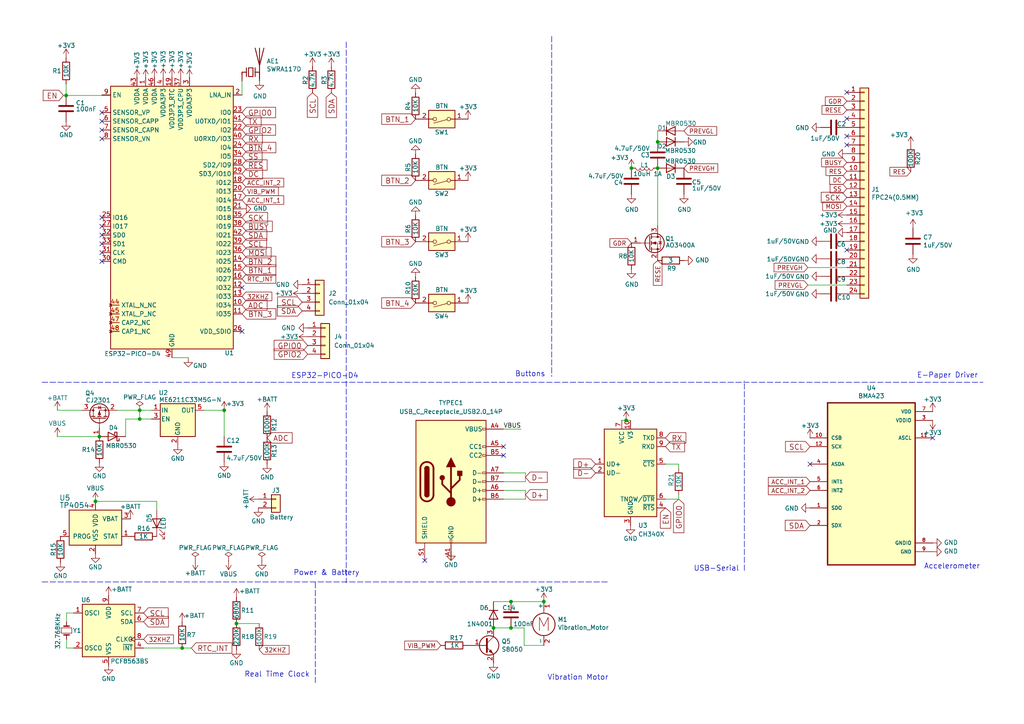
<source format=kicad_sch>
(kicad_sch (version 20231120) (generator "eeschema") (generator_version "8.0")
  (paper "A4")
  (title_block (title "Watchy") (rev "2.0"))
  (junction (at 19.177 27.686))
  (junction (at 27.686 145.415))
  (junction (at 183.134 48.768))
  (junction (at 181.61 121.92))
  (junction (at 52.832 187.96))
  (junction (at 28.829 126.619))
  (junction (at 190.754 48.768))
  (junction (at 40.513 118.999))
  (junction (at 40.513 121.539))
  (junction (at 65.024 118.999))
  (junction (at 148.209 182.118))
  (junction (at 148.209 174.498))
  (junction (at 68.58 180.848))
  (junction (at 190.754 41.148))
  (junction (at 157.734 174.498))
  (junction (at 143.129 182.118))
  (no_connect (at 29.553 68.1906))
  (no_connect (at 270.51 127))
  (no_connect (at 29.553 63.1106))
  (no_connect (at 29.553 73.2706))
  (no_connect (at 245.618 39.497))
  (no_connect (at 245.618 72.517))
  (no_connect (at 245.618 26.797))
  (no_connect (at 29.553 32.6306))
  (no_connect (at 123.19 162.56))
  (no_connect (at 234.95 134.62))
  (no_connect (at 29.553 65.6506))
  (no_connect (at 29.553 70.7306))
  (no_connect (at 146.05 132.08))
  (no_connect (at 29.553 35.1706))
  (no_connect (at 146.05 129.54))
  (no_connect (at 29.553 75.8106))
  (no_connect (at 245.618 34.417))
  (no_connect (at 29.553 40.2506))
  (no_connect (at 245.618 42.037))
  (no_connect (at 70.193 83.4306))
  (no_connect (at 29.553 37.7106))
  (no_connect (at 70.193 96.1306))
  (wire (pts (xy 143.129 174.498) (xy 148.209 174.498)))
  (wire (pts (xy 31.75 27.5506) (xy 31.75 27.686)))
  (wire (pts (xy 27.686 145.415) (xy 45.466 145.415)))
  (wire (pts (xy 31.75 27.5506) (xy 29.553 27.5506)))
  (wire (pts (xy 39.713 22.7246) (xy 39.713 22.4706)))
  (wire (pts (xy 245.618 77.597) (xy 234.315 77.597)))
  (wire (pts (xy 148.209 174.498) (xy 157.734 174.498)))
  (wire (pts (xy 152.4 139.7) (xy 146.05 139.7)))
  (wire (pts (xy 54.953 22.7246) (xy 54.953 22.4706)))
  (wire (pts (xy 245.618 82.677) (xy 234.315 82.677)))
  (wire (pts (xy 33.909 118.999) (xy 40.513 118.999)))
  (wire (pts (xy 40.513 121.539) (xy 43.942 121.539)))
  (wire (pts (xy 190.754 41.148) (xy 190.754 37.973)))
  (wire (pts (xy 19.304 180.34) (xy 19.304 177.8)))
  (wire (pts (xy 31.75 27.686) (xy 19.177 27.686)))
  (wire (pts (xy 59.182 118.999) (xy 65.024 118.999)))
  (wire (pts (xy 45.466 145.415) (xy 45.466 147.955)))
  (wire (pts (xy 181.61 121.92) (xy 182.88 121.92)))
  (wire (pts (xy 130.81 160.02) (xy 130.81 162.56)))
  (wire (pts (xy 152.019 187.198) (xy 157.734 187.198)))
  (wire (pts (xy 40.513 118.999) (xy 43.942 118.999)))
  (wire (pts (xy 65.024 118.999) (xy 65.024 126.492)))
  (wire (pts (xy 41.656 187.96) (xy 52.832 187.96)))
  (wire (pts (xy 196.85 134.62) (xy 196.85 135.89)))
  (polyline (pts (xy 12.192 168.783) (xy 176.149 168.783)) (stroke (width 0) (type dash)))
  (wire (pts (xy 19.304 187.96) (xy 21.336 187.96)))
  (wire (pts (xy 16.637 118.999) (xy 23.749 118.999)))
  (polyline (pts (xy 160.02 10.541) (xy 160.02 109.22)) (stroke (width 0) (type dash)))
  (wire (pts (xy 19.304 185.42) (xy 19.304 187.96)))
  (wire (pts (xy 40.513 118.999) (xy 40.513 121.539)))
  (polyline (pts (xy 215.9 165.481) (xy 215.9 110.49)) (stroke (width 0) (type dash)))
  (wire (pts (xy 70.193 27.5506) (xy 70.193 23.4866)))
  (polyline (pts (xy 100.419 12.1836) (xy 100.419 169.037)) (stroke (width 0) (type dash)))
  (wire (pts (xy 152.4 144.78) (xy 146.05 144.78)))
  (wire (pts (xy 196.85 144.78) (xy 193.04 144.78)))
  (wire (pts (xy 148.209 182.118) (xy 143.129 182.118)))
  (wire (pts (xy 152.019 182.118) (xy 152.019 187.198)))
  (wire (pts (xy 19.304 177.8) (xy 21.336 177.8)))
  (wire (pts (xy 36.449 126.619) (xy 36.449 121.539)))
  (wire (pts (xy 18.415 27.686) (xy 19.177 27.686)))
  (wire (pts (xy 152.4 142.24) (xy 152.4 144.78)))
  (wire (pts (xy 193.04 134.62) (xy 196.85 134.62)))
  (wire (pts (xy 146.05 142.24) (xy 152.4 142.24)))
  (wire (pts (xy 151.13 124.46) (xy 146.05 124.46)))
  (wire (pts (xy 49.873 103.7506) (xy 54.61 103.7506)))
  (wire (pts (xy 144.78 132.08) (xy 146.05 132.08)))
  (wire (pts (xy 19.177 24.384) (xy 19.177 27.686)))
  (wire (pts (xy 75.184 180.848) (xy 68.58 180.848)))
  (polyline (pts (xy 91.44 168.91) (xy 91.44 198.12)) (stroke (width 0) (type dash)))
  (wire (pts (xy 54.61 103.7506) (xy 54.61 103.886)))
  (wire (pts (xy 190.754 48.768) (xy 190.754 65.405)))
  (wire (pts (xy 42.253 22.7246) (xy 42.253 22.4706)))
  (wire (pts (xy 180.34 121.92) (xy 181.61 121.92)))
  (wire (pts (xy 152.4 137.16) (xy 152.4 139.7)))
  (wire (pts (xy 196.85 143.51) (xy 196.85 144.78)))
  (wire (pts (xy 148.209 182.118) (xy 152.019 182.118)))
  (polyline (pts (xy 12.192 110.871) (xy 285.115 110.871)) (stroke (width 0) (type dash)))
  (wire (pts (xy 28.829 126.619) (xy 16.637 126.619)))
  (wire (pts (xy 152.4 137.16) (xy 146.05 137.16)))
  (wire (pts (xy 36.449 121.539) (xy 40.513 121.539)))
  (wire (pts (xy 52.832 187.96) (xy 55.499 187.96)))
  (text "Real Time Clock" (at 70.866 196.596 0) (effects (font (size 1.524 1.524)) (justify left bottom)))
  (text "ESP32-PICO-D4" (at 84.455 109.982 0) (effects (font (size 1.524 1.524)) (justify left bottom)))
  (text "Vibration Motor" (at 158.75 197.485 0) (effects (font (size 1.524 1.524)) (justify left bottom)))
  (text "E-Paper Driver" (at 265.938 109.855 0) (effects (font (size 1.524 1.524)) (justify left bottom)))
  (text "Power & Battery" (at 85.09 167.132 0) (effects (font (size 1.524 1.524)) (justify left bottom)))
  (text "USB-Serial" (at 201.168 165.862 0) (effects (font (size 1.524 1.524)) (justify left bottom)))
  (text "Buttons" (at 149.352 109.474 0) (effects (font (size 1.524 1.524)) (justify left bottom)))
  (text "Accelerometer" (at 267.97 165.227 0) (effects (font (size 1.524 1.524)) (justify left bottom)))
  (label "VBUS" (at 151.13 124.46 180))
  (global_label "32KHZ" (shape input) (at 70.193 85.9706 0) (property "Intersheetrefs" "${INTERSHEET_REFS}" (effects (hide yes))))
  (global_label "RES" (shape input) (at 70.193 47.8706 0) (effects (font (size 1.524 1.524))) (property "Intersheetrefs" "${INTERSHEET_REFS}" (effects (hide yes))))
  (global_label "RX" (shape input) (at 70.193 40.2506 0) (effects (font (size 1.524 1.524))) (property "Intersheetrefs" "${INTERSHEET_REFS}" (effects (hide yes))))
  (global_label "RESE" (shape input) (at 245.618 31.877 180) (property "Intersheetrefs" "${INTERSHEET_REFS}" (effects (hide yes))))
  (global_label "BTN_4" (shape input) (at 70.193 42.7906 0) (effects (font (size 1.524 1.524))) (property "Intersheetrefs" "${INTERSHEET_REFS}" (effects (hide yes))))
  (global_label "MOSI" (shape input) (at 70.193 73.2706 0) (effects (font (size 1.524 1.524))) (property "Intersheetrefs" "${INTERSHEET_REFS}" (effects (hide yes))))
  (global_label "BUSY" (shape input) (at 70.193 65.6506 0) (effects (font (size 1.524 1.524))) (property "Intersheetrefs" "${INTERSHEET_REFS}" (effects (hide yes))))
  (global_label "PREVGL" (shape input) (at 198.374 37.973 0) (property "Intersheetrefs" "${INTERSHEET_REFS}" (effects (hide yes))))
  (global_label "RES" (shape input) (at 264.16 49.784 180) (property "Intersheetrefs" "${INTERSHEET_REFS}" (effects (hide yes))))
  (global_label "BTN_3" (shape input) (at 120.523 70.104 180) (effects (font (size 1.524 1.524))) (property "Intersheetrefs" "${INTERSHEET_REFS}" (effects (hide yes))))
  (global_label "PREVGL" (shape input) (at 234.315 82.677 180) (property "Intersheetrefs" "${INTERSHEET_REFS}" (effects (hide yes))))
  (global_label "EN" (shape input) (at 193.04 147.32 270) (effects (font (size 1.524 1.524))) (property "Intersheetrefs" "${INTERSHEET_REFS}" (effects (hide yes))))
  (global_label "TX" (shape input) (at 193.04 129.54 0) (effects (font (size 1.524 1.524))) (property "Intersheetrefs" "${INTERSHEET_REFS}" (effects (hide yes))))
  (global_label "DC" (shape input) (at 245.618 52.197 180) (property "Intersheetrefs" "${INTERSHEET_REFS}" (effects (hide yes))))
  (global_label "GPIO2" (shape input) (at 89.243 102.7346 180) (effects (font (size 1.524 1.524))) (property "Intersheetrefs" "${INTERSHEET_REFS}" (effects (hide yes))))
  (global_label "SCK" (shape input) (at 70.193 63.1106 0) (effects (font (size 1.524 1.524))) (property "Intersheetrefs" "${INTERSHEET_REFS}" (effects (hide yes))))
  (global_label "D+" (shape input) (at 152.4 143.51 0) (effects (font (size 1.524 1.524))) (property "Intersheetrefs" "${INTERSHEET_REFS}" (effects (hide yes))))
  (global_label "BTN_4" (shape input) (at 120.523 87.884 180) (effects (font (size 1.524 1.524))) (property "Intersheetrefs" "${INTERSHEET_REFS}" (effects (hide yes))))
  (global_label "ACC_INT_2" (shape input) (at 234.95 142.24 180) (property "Intersheetrefs" "${INTERSHEET_REFS}" (effects (hide yes))))
  (global_label "SDA" (shape input) (at 70.193 68.1906 0) (effects (font (size 1.524 1.524))) (property "Intersheetrefs" "${INTERSHEET_REFS}" (effects (hide yes))))
  (global_label "BUSY" (shape input) (at 245.618 47.117 180) (property "Intersheetrefs" "${INTERSHEET_REFS}" (effects (hide yes))))
  (global_label "BTN_2" (shape input) (at 120.523 52.324 180) (effects (font (size 1.524 1.524))) (property "Intersheetrefs" "${INTERSHEET_REFS}" (effects (hide yes))))
  (global_label "RTC_INT" (shape input) (at 55.499 187.96 0) (effects (font (size 1.524 1.524))) (property "Intersheetrefs" "${INTERSHEET_REFS}" (effects (hide yes))))
  (global_label "SCL" (shape input) (at 234.95 129.54 180) (effects (font (size 1.524 1.524))) (property "Intersheetrefs" "${INTERSHEET_REFS}" (effects (hide yes))))
  (global_label "DC" (shape input) (at 70.193 50.4106 0) (effects (font (size 1.524 1.524))) (property "Intersheetrefs" "${INTERSHEET_REFS}" (effects (hide yes))))
  (global_label "SCL" (shape input) (at 70.193 70.7306 0) (effects (font (size 1.524 1.524))) (property "Intersheetrefs" "${INTERSHEET_REFS}" (effects (hide yes))))
  (global_label "RX" (shape input) (at 193.04 127 0) (effects (font (size 1.524 1.524))) (property "Intersheetrefs" "${INTERSHEET_REFS}" (effects (hide yes))))
  (global_label "GPIO0" (shape input) (at 196.85 144.78 270) (effects (font (size 1.524 1.524))) (property "Intersheetrefs" "${INTERSHEET_REFS}" (effects (hide yes))))
  (global_label "ACC_INT_1" (shape input) (at 234.95 139.7 180) (property "Intersheetrefs" "${INTERSHEET_REFS}" (effects (hide yes))))
  (global_label "D-" (shape input) (at 172.72 137.16 180) (effects (font (size 1.524 1.524))) (property "Intersheetrefs" "${INTERSHEET_REFS}" (effects (hide yes))))
  (global_label "SDA" (shape input) (at 41.656 180.34 0) (effects (font (size 1.524 1.524))) (property "Intersheetrefs" "${INTERSHEET_REFS}" (effects (hide yes))))
  (global_label "VIB_PWM" (shape input) (at 127.889 187.198 180) (property "Intersheetrefs" "${INTERSHEET_REFS}" (effects (hide yes))))
  (global_label "RES" (shape input) (at 245.618 49.657 180) (property "Intersheetrefs" "${INTERSHEET_REFS}" (effects (hide yes))))
  (global_label "ACC_INT_2" (shape input) (at 70.193 52.9506 0) (property "Intersheetrefs" "${INTERSHEET_REFS}" (effects (hide yes))))
  (global_label "BTN_3" (shape input) (at 70.193 91.0506 0) (effects (font (size 1.524 1.524))) (property "Intersheetrefs" "${INTERSHEET_REFS}" (effects (hide yes))))
  (global_label "GPIO0" (shape input) (at 89.243 100.1946 180) (effects (font (size 1.524 1.524))) (property "Intersheetrefs" "${INTERSHEET_REFS}" (effects (hide yes))))
  (global_label "BTN_1" (shape input) (at 120.523 34.544 180) (effects (font (size 1.524 1.524))) (property "Intersheetrefs" "${INTERSHEET_REFS}" (effects (hide yes))))
  (global_label "ACC_INT_1" (shape input) (at 70.193 58.0306 0) (property "Intersheetrefs" "${INTERSHEET_REFS}" (effects (hide yes))))
  (global_label "SCK" (shape input) (at 245.618 57.277 180) (effects (font (size 1.524 1.524))) (property "Intersheetrefs" "${INTERSHEET_REFS}" (effects (hide yes))))
  (global_label "32KHZ" (shape input) (at 41.656 185.42 0) (property "Intersheetrefs" "${INTERSHEET_REFS}" (effects (hide yes))))
  (global_label "BTN_2" (shape input) (at 70.193 75.8106 0) (effects (font (size 1.524 1.524))) (property "Intersheetrefs" "${INTERSHEET_REFS}" (effects (hide yes))))
  (global_label "SCL" (shape input) (at 87.63 87.63 180) (effects (font (size 1.524 1.524))) (property "Intersheetrefs" "${INTERSHEET_REFS}" (effects (hide yes))))
  (global_label "BTN_1" (shape input) (at 70.193 78.3506 0) (effects (font (size 1.524 1.524))) (property "Intersheetrefs" "${INTERSHEET_REFS}" (effects (hide yes))))
  (global_label "32KHZ" (shape input) (at 75.184 188.468 0) (property "Intersheetrefs" "${INTERSHEET_REFS}" (effects (hide yes))))
  (global_label "D+" (shape input) (at 172.72 134.62 180) (effects (font (size 1.524 1.524))) (property "Intersheetrefs" "${INTERSHEET_REFS}" (effects (hide yes))))
  (global_label "PREVGH" (shape input) (at 234.315 77.597 180) (property "Intersheetrefs" "${INTERSHEET_REFS}" (effects (hide yes))))
  (global_label "SDA" (shape input) (at 234.95 152.4 180) (effects (font (size 1.524 1.524))) (property "Intersheetrefs" "${INTERSHEET_REFS}" (effects (hide yes))))
  (global_label "GDR" (shape input) (at 245.618 29.337 180) (property "Intersheetrefs" "${INTERSHEET_REFS}" (effects (hide yes))))
  (global_label "SDA" (shape input) (at 96.101 26.9156 270) (effects (font (size 1.524 1.524))) (property "Intersheetrefs" "${INTERSHEET_REFS}" (effects (hide yes))))
  (global_label "SCL" (shape input) (at 90.64 26.9156 270) (effects (font (size 1.524 1.524))) (property "Intersheetrefs" "${INTERSHEET_REFS}" (effects (hide yes))))
  (global_label "SS" (shape input) (at 70.193 45.3306 0) (effects (font (size 1.524 1.524))) (property "Intersheetrefs" "${INTERSHEET_REFS}" (effects (hide yes))))
  (global_label "GDR" (shape input) (at 183.134 70.485 180) (property "Intersheetrefs" "${INTERSHEET_REFS}" (effects (hide yes))))
  (global_label "GPIO0" (shape input) (at 70.193 32.6306 0) (effects (font (size 1.524 1.524))) (property "Intersheetrefs" "${INTERSHEET_REFS}" (effects (hide yes))))
  (global_label "TX" (shape input) (at 70.193 35.1706 0) (effects (font (size 1.524 1.524))) (property "Intersheetrefs" "${INTERSHEET_REFS}" (effects (hide yes))))
  (global_label "SDA" (shape input) (at 87.63 90.17 180) (effects (font (size 1.524 1.524))) (property "Intersheetrefs" "${INTERSHEET_REFS}" (effects (hide yes))))
  (global_label "EN" (shape input) (at 18.415 27.686 180) (effects (font (size 1.524 1.524))) (property "Intersheetrefs" "${INTERSHEET_REFS}" (effects (hide yes))))
  (global_label "D-" (shape input) (at 152.4 138.43 0) (effects (font (size 1.524 1.524))) (property "Intersheetrefs" "${INTERSHEET_REFS}" (effects (hide yes))))
  (global_label "RTC_INT" (shape input) (at 70.193 80.8906 0) (property "Intersheetrefs" "${INTERSHEET_REFS}" (effects (hide yes))))
  (global_label "MOSI" (shape input) (at 245.618 59.817 180) (property "Intersheetrefs" "${INTERSHEET_REFS}" (effects (hide yes))))
  (global_label "ADC" (shape input) (at 70.193 88.5106 0) (effects (font (size 1.524 1.524))) (property "Intersheetrefs" "${INTERSHEET_REFS}" (effects (hide yes))))
  (global_label "SCL" (shape input) (at 41.656 177.8 0) (effects (font (size 1.524 1.524))) (property "Intersheetrefs" "${INTERSHEET_REFS}" (effects (hide yes))))
  (global_label "RESE" (shape input) (at 190.754 75.565 270) (property "Intersheetrefs" "${INTERSHEET_REFS}" (effects (hide yes))))
  (global_label "VIB_PWM" (shape input) (at 70.193 55.4906 0) (property "Intersheetrefs" "${INTERSHEET_REFS}" (effects (hide yes))))
  (global_label "GPIO2" (shape input) (at 70.193 37.7106 0) (effects (font (size 1.524 1.524))) (property "Intersheetrefs" "${INTERSHEET_REFS}" (effects (hide yes))))
  (global_label "PREVGH" (shape input) (at 198.374 48.768 0) (property "Intersheetrefs" "${INTERSHEET_REFS}" (effects (hide yes))))
  (global_label "ADC" (shape input) (at 77.47 127 0) (effects (font (size 1.524 1.524))) (property "Intersheetrefs" "${INTERSHEET_REFS}" (effects (hide yes))))
  (global_label "SS" (shape input) (at 245.618 54.737 180) (property "Intersheetrefs" "${INTERSHEET_REFS}" (effects (hide yes))))
  (symbol (lib_id "Watchy-rescue:GND-power") (at 54.61 103.886 0) (unit 1)
    (property "Reference" "#PWR036" (effects (hide yes)))
    (property "Value" "GND" (at 58.039 106.045 0))
  )
  (symbol (lib_id "Watchy-rescue:+3V3-power") (at 19.177 16.764 0) (unit 1)
    (property "Reference" "#PWR01" (effects (hide yes)))
    (property "Value" "+3V3" (at 19.177 13.208 0))
  )
  (symbol (lib_id "Device:R") (at 19.177 20.574 0) (unit 1)
    (property "Reference" "R1" (at 16.51 20.574 0))
    (property "Value" "10K" (at 19.177 20.574 90))
    (property "Footprint" "Watchy:R0402-Frame" (effects (hide yes)))
  )
  (symbol (lib_id "Device:C") (at 19.177 31.496 0) (unit 1)
    (property "Reference" "C1" (at 21.971 29.845 0) (effects (justify left)))
    (property "Value" "100nF" (at 21.971 31.623 0) (effects (justify left)))
    (property "Footprint" "Capacitor_SMD:C_0603_1608Metric" (effects (hide yes)))
  )
  (symbol (lib_id "Watchy-rescue:GND-power") (at 19.177 35.306 0) (unit 1)
    (property "Reference" "#PWR011" (effects (hide yes)))
    (property "Value" "GND" (at 19.177 39.116 0))
  )
  (symbol (lib_id "Device:R") (at 77.47 123.19 0) (unit 1)
    (property "Reference" "R12" (at 79.502 123.19 90))
    (property "Value" "100K" (at 77.47 123.19 90))
    (property "Footprint" "Watchy:R0402-Frame" (effects (hide yes)))
  )
  (symbol (lib_id "Device:R") (at 77.47 130.81 0) (unit 1)
    (property "Reference" "R13" (at 79.502 130.81 90))
    (property "Value" "100K" (at 77.47 130.81 90))
    (property "Footprint" "Watchy:R0402-Frame" (effects (hide yes)))
  )
  (symbol (lib_id "Watchy-rescue:GND-power") (at 77.47 134.62 0) (unit 1)
    (property "Reference" "#PWR046" (effects (hide yes)))
    (property "Value" "GND" (at 77.47 138.43 0))
  )
  (symbol (lib_id "Watchy-rescue:+BATT-power") (at 77.47 119.38 0) (unit 1)
    (property "Reference" "#PWR037" (effects (hide yes)))
    (property "Value" "+BATT" (at 77.47 115.824 0))
  )
  (symbol (lib_id "Regulator_Linear:TLV70033_SOT23-5") (at 51.562 121.539 0) (unit 1)
    (property "Reference" "U2" (at 47.371 113.919 0))
    (property "Value" "ME6211C33M5G-N" (at 46.101 115.951 0) (effects (justify left)))
    (property "Footprint" "TO_SOT_Packages_SMD:SOT-23-5" (effects (hide yes)))
  )
  (symbol (lib_id "Watchy-rescue:+BATT-power") (at 16.637 118.999 0) (unit 1)
    (property "Reference" "#PWR038" (effects (hide yes)))
    (property "Value" "+BATT" (at 16.637 115.443 0))
  )
  (symbol (lib_id "Transistor_FET:BSS83P") (at 28.829 121.539 90) (unit 1)
    (property "Reference" "Q4" (at 27.432 114.046 90) (effects (justify left)))
    (property "Value" "CJ2301" (at 32.131 116.078 90) (effects (justify left)))
    (property "Footprint" "TO_SOT_Packages_SMD:SOT-23" (effects (hide yes)))
  )
  (symbol (lib_id "Watchy-rescue:VBUS-power") (at 16.637 126.619 0) (unit 1)
    (property "Reference" "#PWR043" (effects (hide yes)))
    (property "Value" "VBUS" (at 16.637 122.809 0))
  )
  (symbol (lib_id "Device:R") (at 28.829 130.429 0) (unit 1)
    (property "Reference" "R14" (at 25.654 130.429 0))
    (property "Value" "10K" (at 28.829 130.429 90))
    (property "Footprint" "Watchy:R0402-Frame" (effects (hide yes)))
  )
  (symbol (lib_id "Watchy-rescue:GND-power") (at 28.829 134.239 0) (unit 1)
    (property "Reference" "#PWR048" (effects (hide yes)))
    (property "Value" "GND" (at 28.829 138.049 0))
  )
  (symbol (lib_id "Device:D_Schottky") (at 32.639 126.619 180) (unit 1)
    (property "Reference" "D4" (at 32.893 124.079 0))
    (property "Value" "MBR0530" (at 35.179 129.286 0))
    (property "Footprint" "Watchy:D_SOD-123F" (effects (hide yes)))
  )
  (symbol (lib_id "Device:C") (at 65.024 130.302 0) (unit 1)
    (property "Reference" "C12" (at 65.659 127.762 0) (effects (justify left)))
    (property "Value" "4.7uF/50V" (at 65.659 132.842 0) (effects (justify left)))
    (property "Footprint" "Capacitors_SMD:C_0805" (effects (hide yes)))
  )
  (symbol (lib_id "Watchy-rescue:GND-power") (at 51.562 129.159 0) (unit 1)
    (property "Reference" "#PWR044" (effects (hide yes)))
    (property "Value" "GND" (at 51.562 132.969 0))
  )
  (symbol (lib_id "Watchy-rescue:+3V3-power") (at 65.024 118.999 0) (unit 1)
    (property "Reference" "#PWR039" (effects (hide yes)))
    (property "Value" "+3V3" (at 68.199 117.094 0))
  )
  (symbol (lib_id "Watchy-rescue:GND-power") (at 65.024 134.112 0) (unit 1)
    (property "Reference" "#PWR047" (effects (hide yes)))
    (property "Value" "GND" (at 65.024 137.922 0))
  )
  (symbol (lib_id "Watchy-rescue:MCP73831-2-OT-Battery_Management") (at 27.686 153.035 0) (unit 1)
    (property "Reference" "U5" (at 18.796 144.399 0) (effects (font (size 1.524 1.524))))
    (property "Value" "TP4054" (at 21.59 146.558 0) (effects (font (size 1.524 1.524))))
    (property "Footprint" "TO_SOT_Packages_SMD:SOT-23-5" (effects (hide yes)))
  )
  (symbol (lib_id "Watchy-rescue:VBUS-power") (at 27.686 145.415 0) (unit 1)
    (property "Reference" "#PWR052" (effects (hide yes)))
    (property "Value" "VBUS" (at 27.686 141.605 0))
  )
  (symbol (lib_id "Device:R") (at 41.656 155.575 270) (unit 1)
    (property "Reference" "R16" (at 41.656 153.289 90))
    (property "Value" "1K" (at 41.656 155.575 90))
    (property "Footprint" "Watchy:R0402-Frame" (effects (hide yes)))
  )
  (symbol (lib_id "Device:LED") (at 45.466 151.765 90) (unit 1)
    (property "Reference" "D5" (at 43.307 150.241 0))
    (property "Value" "LED" (at 47.371 151.765 0))
    (property "Footprint" "LEDs:LED_0603" (effects (hide yes)))
  )
  (symbol (lib_id "Watchy-rescue:GND-power") (at 27.686 160.655 0) (unit 1)
    (property "Reference" "#PWR057" (effects (hide yes)))
    (property "Value" "GND" (at 27.686 164.465 0))
  )
  (symbol (lib_id "Device:R") (at 17.526 159.385 180) (unit 1)
    (property "Reference" "R15" (at 15.494 159.385 90))
    (property "Value" "10K" (at 17.526 159.385 90))
    (property "Footprint" "Watchy:R0402-Frame" (effects (hide yes)))
  )
  (symbol (lib_id "Watchy-rescue:GND-power") (at 17.526 163.195 0) (unit 1)
    (property "Reference" "#PWR055" (effects (hide yes)))
    (property "Value" "GND" (at 17.526 167.005 0))
  )
  (symbol (lib_id "Watchy-rescue:+BATT-power") (at 37.846 150.495 0) (unit 1)
    (property "Reference" "#PWR053" (effects (hide yes)))
    (property "Value" "+BATT" (at 37.846 146.939 0))
  )
  (symbol (lib_id "Connector_Generic:Conn_01x02") (at 80.01 144.78 0) (unit 1)
    (property "Reference" "J3" (at 80.01 142.24 0))
    (property "Value" "Battery" (at 81.661 149.987 0))
    (property "Footprint" "Watchy:1.25T-2PWT (Molex 532610271)" (effects (hide yes)))
  )
  (symbol (lib_id "Watchy-rescue:+BATT-power") (at 74.93 144.78 90) (unit 1)
    (property "Reference" "#PWR054" (effects (hide yes)))
    (property "Value" "+BATT" (at 71.374 144.78 0))
  )
  (symbol (lib_id "Watchy-rescue:GND-power") (at 74.93 147.32 0) (unit 1)
    (property "Reference" "#PWR056" (effects (hide yes)))
    (property "Value" "GND" (at 74.93 151.13 0))
  )
  (symbol (lib_id "Watchy-rescue:GND-power") (at 31.496 193.04 0) (unit 1)
    (property "Reference" "#PWR064" (effects (hide yes)))
    (property "Value" "GND" (at 31.496 196.85 0))
  )
  (symbol (lib_id "Switch:SW_DIP_x01") (at 128.143 34.544 180) (unit 1)
    (property "Reference" "SW1" (at 128.143 38.354 0))
    (property "Value" "BTN" (at 128.143 30.734 0))
    (property "Footprint" "Watchy:K2-1114SA-A4SW-06" (effects (hide yes)))
  )
  (symbol (lib_id "Watchy-rescue:GND-power") (at 120.523 26.924 180) (unit 1)
    (property "Reference" "#PWR09" (effects (hide yes)))
    (property "Value" "GND" (at 120.523 23.114 0))
  )
  (symbol (lib_id "Watchy-rescue:PWR_FLAG-power") (at 40.513 118.999 0) (unit 1)
    (property "Reference" "#FLG02" (effects (hide yes)))
    (property "Value" "PWR_FLAG" (at 40.513 115.189 0))
  )
  (symbol (lib_id "Watchy-rescue:+BATT-power") (at 31.496 172.72 0) (unit 1)
    (property "Reference" "#PWR061" (effects (hide yes)))
    (property "Value" "+BATT" (at 35.306 170.942 0))
  )
  (symbol (lib_id "Device:R") (at 120.523 30.734 0) (unit 1)
    (property "Reference" "R4" (at 118.364 32.131 90) (effects (justify left)))
    (property "Value" "10K" (at 120.523 32.639 90) (effects (justify left)))
    (property "Footprint" "Watchy:R0402-Frame" (effects (hide yes)))
  )
  (symbol (lib_id "Watchy-rescue:+3V3-power") (at 135.763 34.544 0) (unit 1)
    (property "Reference" "#PWR010" (effects (hide yes)))
    (property "Value" "+3V3" (at 135.763 30.988 0))
  )
  (symbol (lib_id "Switch:SW_DIP_x01") (at 128.143 52.324 180) (unit 1)
    (property "Reference" "SW2" (at 128.143 56.134 0))
    (property "Value" "BTN" (at 128.143 48.514 0))
    (property "Footprint" "Watchy:K2-1114SA-A4SW-06" (effects (hide yes)))
  )
  (symbol (lib_id "Watchy-rescue:GND-power") (at 120.523 44.704 180) (unit 1)
    (property "Reference" "#PWR015" (effects (hide yes)))
    (property "Value" "GND" (at 120.523 40.894 0))
  )
  (symbol (lib_id "Device:R") (at 120.523 48.514 0) (unit 1)
    (property "Reference" "R5" (at 118.364 49.911 90) (effects (justify left)))
    (property "Value" "10K" (at 120.523 50.419 90) (effects (justify left)))
    (property "Footprint" "Watchy:R0402-Frame" (effects (hide yes)))
  )
  (symbol (lib_id "Watchy-rescue:+3V3-power") (at 135.763 52.324 0) (unit 1)
    (property "Reference" "#PWR017" (effects (hide yes)))
    (property "Value" "+3V3" (at 135.763 48.768 0))
  )
  (symbol (lib_id "Switch:SW_DIP_x01") (at 128.143 70.104 180) (unit 1)
    (property "Reference" "SW3" (at 128.143 73.914 0))
    (property "Value" "BTN" (at 128.143 66.294 0))
    (property "Footprint" "Watchy:K2-1114SA-A4SW-06" (effects (hide yes)))
  )
  (symbol (lib_id "Watchy-rescue:GND-power") (at 120.523 62.484 180) (unit 1)
    (property "Reference" "#PWR022" (effects (hide yes)))
    (property "Value" "GND" (at 120.523 58.674 0))
  )
  (symbol (lib_id "Device:R") (at 120.523 66.294 0) (unit 1)
    (property "Reference" "R6" (at 118.364 67.691 90) (effects (justify left)))
    (property "Value" "10K" (at 120.523 68.199 90) (effects (justify left)))
    (property "Footprint" "Watchy:R0402-Frame" (effects (hide yes)))
  )
  (symbol (lib_id "Watchy-rescue:+3V3-power") (at 135.763 70.104 0) (unit 1)
    (property "Reference" "#PWR027" (effects (hide yes)))
    (property "Value" "+3V3" (at 135.763 66.548 0))
  )
  (symbol (lib_id "Switch:SW_DIP_x01") (at 128.143 87.884 180) (unit 1)
    (property "Reference" "SW4" (at 128.143 91.694 0))
    (property "Value" "BTN" (at 128.143 84.074 0))
    (property "Footprint" "Watchy:K2-1114SA-A4SW-06" (effects (hide yes)))
  )
  (symbol (lib_id "Watchy-rescue:GND-power") (at 120.523 80.264 180) (unit 1)
    (property "Reference" "#PWR033" (effects (hide yes)))
    (property "Value" "GND" (at 120.523 76.454 0))
  )
  (symbol (lib_id "Device:R") (at 120.523 84.074 0) (unit 1)
    (property "Reference" "R10" (at 118.364 85.471 90) (effects (justify left)))
    (property "Value" "10K" (at 120.523 85.979 90) (effects (justify left)))
    (property "Footprint" "Watchy:R0402-Frame" (effects (hide yes)))
  )
  (symbol (lib_id "Watchy-rescue:+3V3-power") (at 135.763 87.884 0) (unit 1)
    (property "Reference" "#PWR035" (effects (hide yes)))
    (property "Value" "+3V3" (at 135.763 84.328 0))
  )
  (symbol (lib_id "Device:R") (at 90.64 23.1056 0) (unit 1)
    (property "Reference" "R2" (at 88.608 24.6296 90) (effects (justify left)))
    (property "Value" "4.7K" (at 90.64 25.3916 90) (effects (justify left)))
    (property "Footprint" "Watchy:R0402-Frame" (effects (hide yes)))
  )
  (symbol (lib_id "Watchy-rescue:+3V3-power") (at 90.64 19.2956 0) (unit 1)
    (property "Reference" "#PWR02" (effects (hide yes)))
    (property "Value" "+3V3" (at 90.64 15.7396 0))
  )
  (symbol (lib_id "Device:R") (at 96.101 23.1056 0) (unit 1)
    (property "Reference" "R3" (at 94.069 24.6296 90) (effects (justify left)))
    (property "Value" "4.7K" (at 96.101 25.3916 90) (effects (justify left)))
    (property "Footprint" "Watchy:R0402-Frame" (effects (hide yes)))
  )
  (symbol (lib_id "Watchy-rescue:+3V3-power") (at 96.101 19.2956 0) (unit 1)
    (property "Reference" "#PWR03" (effects (hide yes)))
    (property "Value" "+3V3" (at 96.101 15.7396 0))
  )
  (symbol (lib_id "Watchy-rescue:+3V3-power") (at 47.333 22.4706 0) (unit 1)
    (property "Reference" "#PWR05" (effects (hide yes)))
    (property "Value" "+3V3" (at 47.333 17.2636 90))
  )
  (symbol (lib_id "Device:Q_NPN_BEC") (at 140.589 187.198 0) (unit 1)
    (property "Reference" "Q5" (at 145.4404 186.0296 0) (effects (justify left)))
    (property "Value" "S8050" (at 145.4404 188.341 0) (effects (justify left)))
    (property "Footprint" "TO_SOT_Packages_SMD:SOT-23" (effects (hide yes)))
  )
  (symbol (lib_id "Device:R") (at 131.699 187.198 270) (unit 1)
    (property "Reference" "R17" (at 130.429 185.039 90) (effects (justify left)))
    (property "Value" "1K" (at 130.556 187.198 90) (effects (justify left)))
    (property "Footprint" "Watchy:R0402-Frame" (effects (hide yes)))
  )
  (symbol (lib_id "Watchy-rescue:GND-power") (at 143.129 192.278 0) (unit 1)
    (property "Reference" "#PWR063" (effects (hide yes)))
    (property "Value" "GND" (at 143.129 196.088 0))
  )
  (symbol (lib_id "Diode:1N4001") (at 143.129 178.308 270) (unit 1)
    (property "Reference" "D6" (at 139.065 176.276 90) (effects (justify left)))
    (property "Value" "1N4001" (at 135.382 180.975 90) (effects (justify left)))
    (property "Footprint" "Watchy:D_SOD-123F" (effects (hide yes)))
    (property "Datasheet" "http://www.vishay.com/docs/88503/1n4001.pdf" (effects (hide yes)))
  )
  (symbol (lib_id "Device:C") (at 148.209 178.308 0) (unit 1)
    (property "Reference" "C14" (at 145.669 176.276 0) (effects (justify left)))
    (property "Value" "100nF" (at 148.844 180.975 0) (effects (justify left)))
    (property "Footprint" "Capacitor_SMD:C_0603_1608Metric" (effects (hide yes)))
  )
  (symbol (lib_id "Motor:Motor_DC") (at 157.734 179.578 0) (unit 1)
    (property "Reference" "M1" (at 161.7472 179.6796 0) (effects (justify left)))
    (property "Value" "Vibration_Motor" (at 161.7472 181.991 0) (effects (justify left)))
    (property "Footprint" "Watchy:Motor_Header" (effects (hide yes)))
  )
  (symbol (lib_id "Watchy-rescue:+3V3-power") (at 157.734 174.498 0) (unit 1)
    (property "Reference" "#PWR062" (effects (hide yes)))
    (property "Value" "+3V3" (at 157.734 170.942 0))
  )
  (symbol (lib_id "Watchy-rescue:ESP32-PICO-D4-RF_Module") (at 49.873 63.1106 0) (unit 1)
    (property "Reference" "U1" (at 66.51 102.3536 0))
    (property "Value" "ESP32-PICO-D4" (at 38.443 102.6076 0))
    (property "Footprint" "Housings_DFN_QFN:QFN-48-1EP_7x7mm_Pitch0.5mm" (effects (hide yes)))
    (property "Datasheet" "https://www.espressif.com/sites/default/files/documentation/esp32-pico-d4_datasheet_en.pdf" (effects (hide yes)))
  )
  (symbol (lib_id "Watchy-rescue:+3V3-power") (at 44.793 22.4706 0) (unit 1)
    (property "Reference" "#PWR04" (effects (hide yes)))
    (property "Value" "+3V3" (at 44.793 17.3906 90))
  )
  (symbol (lib_id "Watchy-rescue:+3V3-power") (at 49.873 22.4706 0) (unit 1)
    (property "Reference" "#PWR06" (effects (hide yes)))
    (property "Value" "+3V3" (at 49.873 17.2636 90))
  )
  (symbol (lib_id "Watchy-rescue:+3V3-power") (at 52.413 22.4706 0) (unit 1)
    (property "Reference" "#PWR07" (effects (hide yes)))
    (property "Value" "+3V3" (at 52.413 17.2636 90))
  )
  (symbol (lib_id "Device:Antenna_Chip") (at 72.733 20.9466 0) (unit 1)
    (property "Reference" "AE1" (at 77.305 17.7208 0) (effects (justify left)))
    (property "Value" "SWRA117D" (at 77.305 20.0322 0) (effects (justify left)))
    (property "Footprint" "Watchy:SWRA117D" (effects (hide yes)))
  )
  (symbol (lib_id "Watchy-rescue:GND-power") (at 75.273 23.4866 0) (unit 1)
    (property "Reference" "#PWR08" (effects (hide yes)))
    (property "Value" "GND" (at 75.4 27.8808 0))
  )
  (symbol (lib_id "Watchy-rescue:+3V3-power") (at 270.51 119.38 0) (unit 1)
    (property "Reference" "#PWR040" (effects (hide yes)))
    (property "Value" "+3V3" (at 270.51 115.824 0))
  )
  (symbol (lib_id "Watchy-rescue:GND-power") (at 70.193 60.5706 90) (unit 1)
    (property "Reference" "#PWR020" (effects (hide yes)))
    (property "Value" "GND" (at 73.4442 60.4436 90) (effects (justify right)))
  )
  (symbol (lib_id "Watchy:BMA423") (at 252.73 139.7 0) (unit 1)
    (property "Reference" "U4" (at 252.73 112.522 0))
    (property "Value" "BMA423" (at 252.73 114.8334 0))
    (property "Footprint" "Housings_LGA:LGA-12_2x2mm_Pitch0.5mm" (effects (hide yes)))
    (property "Datasheet" "IC_BMA400" (effects (hide yes)))
    (property "Field4" "Bosch Sensortec" (effects (hide yes)))
  )
  (symbol (lib_id "Watchy-rescue:GND-power") (at 234.95 147.32 270) (unit 1)
    (property "Reference" "#PWR051" (effects (hide yes)))
    (property "Value" "GND" (at 231.6988 147.447 90) (effects (justify right)))
  )
  (symbol (lib_id "Watchy-rescue:+3V3-power") (at 270.51 121.92 180) (unit 1)
    (property "Reference" "#PWR041" (effects (hide yes)))
    (property "Value" "+3V3" (at 270.51 125.476 0))
  )
  (symbol (lib_id "Watchy-rescue:GND-power") (at 270.51 157.48 90) (unit 1)
    (property "Reference" "#PWR058" (effects (hide yes)))
    (property "Value" "GND" (at 273.7612 157.353 90) (effects (justify right)))
  )
  (symbol (lib_id "Watchy-rescue:GND-power") (at 270.51 160.02 90) (unit 1)
    (property "Reference" "#PWR059" (effects (hide yes)))
    (property "Value" "GND" (at 273.7612 159.893 90) (effects (justify right)))
  )
  (symbol (lib_id "Connector_Generic:Conn_01x24") (at 250.698 54.737 0) (unit 1)
    (property "Reference" "J1" (at 252.73 54.9402 0) (effects (justify left)))
    (property "Value" "FPC24(0.5MM)" (at 252.73 57.2516 0) (effects (justify left)))
    (property "Footprint" "Watchy:24_Pins_0.5mm_Pitch_ZIF_Connector_UP" (effects (hide yes)))
  )
  (symbol (lib_id "Device:C") (at 241.808 36.957 270) (unit 1)
    (property "Reference" "C2" (at 244.094 35.941 90))
    (property "Value" "1uF/50V" (at 239.268 40.132 90))
    (property "Footprint" "Capacitor_SMD:C_0603_1608Metric" (effects (hide yes)))
  )
  (symbol (lib_id "Watchy-rescue:GND-power") (at 237.998 36.957 270) (unit 1)
    (property "Reference" "#PWR012" (effects (hide yes)))
    (property "Value" "GND" (at 234.7468 37.084 90) (effects (justify right)))
  )
  (symbol (lib_id "Watchy-rescue:GND-power") (at 245.618 44.577 270) (unit 1)
    (property "Reference" "#PWR014" (effects (hide yes)))
    (property "Value" "GND" (at 242.3668 44.704 90) (effects (justify right)))
  )
  (symbol (lib_id "Watchy-rescue:+3.3V-power") (at 245.618 62.357 90) (unit 1)
    (property "Reference" "#PWR021" (effects (hide yes)))
    (property "Value" "+3V3" (at 242.951 62.357 90) (effects (justify left)))
  )
  (symbol (lib_id "Watchy-rescue:+3.3V-power") (at 245.618 64.897 90) (unit 1)
    (property "Reference" "#PWR023" (effects (hide yes)))
    (property "Value" "+3V3" (at 242.951 64.897 90) (effects (justify left)))
  )
  (symbol (lib_id "Watchy-rescue:GND-power") (at 245.618 67.437 270) (unit 1)
    (property "Reference" "#PWR025" (effects (hide yes)))
    (property "Value" "GND" (at 242.824 66.802 90) (effects (justify right)))
  )
  (symbol (lib_id "Device:C") (at 241.808 69.977 270) (unit 1)
    (property "Reference" "C6" (at 243.967 70.866 90))
    (property "Value" "1uF/50V" (at 226.568 69.977 90))
    (property "Footprint" "Capacitor_SMD:C_0603_1608Metric" (effects (hide yes)))
  )
  (symbol (lib_id "Device:C") (at 241.808 75.057 270) (unit 1)
    (property "Reference" "C8" (at 243.967 75.946 90))
    (property "Value" "1uF/50V" (at 226.568 75.184 90))
    (property "Footprint" "Capacitor_SMD:C_0603_1608Metric" (effects (hide yes)))
  )
  (symbol (lib_id "Device:C") (at 241.808 80.137 270) (unit 1)
    (property "Reference" "C9" (at 243.967 81.026 90))
    (property "Value" "1uF/50V" (at 226.187 80.137 90))
    (property "Footprint" "Capacitor_SMD:C_0603_1608Metric" (effects (hide yes)))
  )
  (symbol (lib_id "Device:C") (at 241.808 85.217 270) (unit 1)
    (property "Reference" "C10" (at 244.729 86.233 90))
    (property "Value" "1uF/50V" (at 226.187 85.217 90))
    (property "Footprint" "Capacitor_SMD:C_0603_1608Metric" (effects (hide yes)))
  )
  (symbol (lib_id "Watchy-rescue:GND-power") (at 237.998 69.977 270) (unit 1)
    (property "Reference" "#PWR026" (effects (hide yes)))
    (property "Value" "GND" (at 234.7468 70.104 90) (effects (justify right)))
  )
  (symbol (lib_id "Watchy-rescue:GND-power") (at 237.998 75.057 270) (unit 1)
    (property "Reference" "#PWR029" (effects (hide yes)))
    (property "Value" "GND" (at 234.7468 75.184 90) (effects (justify right)))
  )
  (symbol (lib_id "Watchy-rescue:GND-power") (at 237.998 80.137 270) (unit 1)
    (property "Reference" "#PWR032" (effects (hide yes)))
    (property "Value" "GND" (at 234.7468 80.264 90) (effects (justify right)))
  )
  (symbol (lib_id "Watchy-rescue:GND-power") (at 237.998 85.217 270) (unit 1)
    (property "Reference" "#PWR034" (effects (hide yes)))
    (property "Value" "GND" (at 234.7468 85.344 90) (effects (justify right)))
  )
  (symbol (lib_id "Watchy-rescue:+3.3V-power") (at 264.795 66.167 0) (unit 1)
    (property "Reference" "#PWR024" (effects (hide yes)))
    (property "Value" "+3V3" (at 265.176 61.7728 0))
  )
  (symbol (lib_id "Device:C") (at 264.795 69.977 0) (unit 1)
    (property "Reference" "C7" (at 267.716 68.8086 0) (effects (justify left)))
    (property "Value" "1uF/50V" (at 267.716 71.12 0) (effects (justify left)))
    (property "Footprint" "Capacitor_SMD:C_0603_1608Metric" (effects (hide yes)))
  )
  (symbol (lib_id "Watchy-rescue:GND-power") (at 264.795 73.787 0) (unit 1)
    (property "Reference" "#PWR028" (effects (hide yes)))
    (property "Value" "GND" (at 264.922 78.1812 0))
  )
  (symbol (lib_id "Watchy-rescue:+3.3V-power") (at 183.134 48.768 0) (unit 1)
    (property "Reference" "#PWR016" (effects (hide yes)))
    (property "Value" "+3V3" (at 179.705 45.72 0))
  )
  (symbol (lib_id "Device:C") (at 183.134 52.578 0) (unit 1)
    (property "Reference" "C4" (at 178.054 52.959 0) (effects (justify left)))
    (property "Value" "4.7uF/50V" (at 170.561 51.054 0) (effects (justify left)))
    (property "Footprint" "Capacitors_SMD:C_0805" (effects (hide yes)))
  )
  (symbol (lib_id "Device:L") (at 186.944 48.768 270) (unit 1)
    (property "Reference" "L1" (at 186.944 47.879 90))
    (property "Value" "10uH 1A" (at 187.833 50.419 90))
    (property "Footprint" "Watchy:Inductors_Inductor_Taiyo-Yuden_NR-40xx" (effects (hide yes)))
  )
  (symbol (lib_id "Watchy-rescue:GND-power") (at 183.134 56.388 0) (unit 1)
    (property "Reference" "#PWR018" (effects (hide yes)))
    (property "Value" "GND" (at 183.261 60.7822 0))
  )
  (symbol (lib_id "Device:C") (at 190.754 44.958 0) (unit 1)
    (property "Reference" "C3" (at 185.801 44.958 0) (effects (justify left)))
    (property "Value" "4.7uF/50V" (at 178.181 43.053 0) (effects (justify left)))
    (property "Footprint" "Capacitors_SMD:C_0805" (effects (hide yes)))
  )
  (symbol (lib_id "Device:D") (at 194.564 37.973 0) (unit 1)
    (property "Reference" "D1" (at 192.024 37.084 0))
    (property "Value" "MBR0530" (at 197.485 35.814 0))
    (property "Footprint" "Watchy:D_SOD-123F" (effects (hide yes)))
  )
  (symbol (lib_id "Device:D") (at 194.564 41.148 180) (unit 1)
    (property "Reference" "D2" (at 192.024 42.418 0))
    (property "Value" "MBR0530" (at 197.358 43.688 0))
    (property "Footprint" "Watchy:D_SOD-123F" (effects (hide yes)))
  )
  (symbol (lib_id "Watchy-rescue:GND-power") (at 198.374 41.148 90) (unit 1)
    (property "Reference" "#PWR013" (effects (hide yes)))
    (property "Value" "GND" (at 200.914 41.275 90) (effects (justify right)))
  )
  (symbol (lib_id "Device:D") (at 194.564 48.768 180) (unit 1)
    (property "Reference" "D3" (at 194.564 51.181 0))
    (property "Value" "MBR0530" (at 197.358 46.736 0))
    (property "Footprint" "Watchy:D_SOD-123F" (effects (hide yes)))
  )
  (symbol (lib_id "Device:C") (at 198.374 52.578 0) (unit 1)
    (property "Reference" "C5" (at 200.66 52.832 0) (effects (justify left)))
    (property "Value" "1uF/50V" (at 200.66 54.61 0) (effects (justify left)))
    (property "Footprint" "Capacitor_SMD:C_0603_1608Metric" (effects (hide yes)))
  )
  (symbol (lib_id "Watchy-rescue:GND-power") (at 198.374 56.388 0) (unit 1)
    (property "Reference" "#PWR019" (effects (hide yes)))
    (property "Value" "GND" (at 198.501 60.7822 0))
  )
  (symbol (lib_id "Transistor_FET:DMN3042L") (at 188.214 70.485 0) (unit 1)
    (property "Reference" "Q1" (at 192.913 69.215 0) (effects (justify left)))
    (property "Value" "AO3400A" (at 193.04 71.12 0) (effects (justify left)))
    (property "Footprint" "TO_SOT_Packages_SMD:SOT-23" (effects (hide yes)))
    (property "Datasheet" "http://www.diodes.com/assets/Datasheets/DMN3042L.pdf" (effects (hide yes)))
  )
  (symbol (lib_id "Device:R") (at 183.134 74.295 0) (unit 1)
    (property "Reference" "R8" (at 179.324 74.295 0) (effects (justify left)))
    (property "Value" "10K" (at 183.134 76.2 90) (effects (justify left)))
    (property "Footprint" "Watchy:R0402-Frame" (effects (hide yes)))
  )
  (symbol (lib_id "Device:R") (at 194.564 75.565 270) (unit 1)
    (property "Reference" "R9" (at 193.421 77.851 90) (effects (justify left)))
    (property "Value" "3" (at 193.802 75.565 90) (effects (justify left)))
    (property "Footprint" "Watchy:R0402-Frame" (effects (hide yes)))
  )
  (symbol (lib_id "Watchy-rescue:GND-power") (at 183.134 78.105 0) (unit 1)
    (property "Reference" "#PWR031" (effects (hide yes)))
    (property "Value" "GND" (at 183.261 82.4992 0))
  )
  (symbol (lib_id "Watchy-rescue:GND-power") (at 198.374 75.565 90) (unit 1)
    (property "Reference" "#PWR030" (effects (hide yes)))
    (property "Value" "GND" (at 201.6252 75.438 90) (effects (justify right)))
  )
  (symbol (lib_id "Device:R") (at 52.832 184.15 0) (unit 1)
    (property "Reference" "R7" (at 54.102 184.15 0) (effects (justify left)))
    (property "Value" "10K" (at 52.832 186.055 90) (effects (justify left)))
    (property "Footprint" "Watchy:R0402-Frame" (effects (hide yes)))
  )
  (symbol (lib_id "Watchy-rescue:+BATT-power") (at 52.832 180.34 0) (unit 1)
    (property "Reference" "#PWR0102" (effects (hide yes)))
    (property "Value" "+BATT" (at 56.388 178.562 0))
  )
  (symbol (lib_id "Watchy-rescue:VBUS-power") (at 66.294 162.687 180) (unit 1)
    (property "Reference" "#PWR0103" (effects (hide yes)))
    (property "Value" "VBUS" (at 66.294 166.497 0))
  )
  (symbol (lib_id "Watchy-rescue:GND-power") (at 75.946 162.687 0) (unit 1)
    (property "Reference" "#PWR0104" (effects (hide yes)))
    (property "Value" "GND" (at 75.946 166.497 0))
  )
  (symbol (lib_id "Watchy-rescue:PWR_FLAG-power") (at 66.294 162.687 0) (unit 1)
    (property "Reference" "#FLG0101" (effects (hide yes)))
    (property "Value" "PWR_FLAG" (at 66.294 158.877 0))
  )
  (symbol (lib_id "Watchy-rescue:PWR_FLAG-power") (at 75.946 162.687 0) (unit 1)
    (property "Reference" "#FLG0102" (effects (hide yes)))
    (property "Value" "PWR_FLAG" (at 75.946 158.877 0))
  )
  (symbol (lib_id "Watchy-rescue:+BATT-power") (at 56.642 162.687 180) (unit 1)
    (property "Reference" "#PWR0105" (effects (hide yes)))
    (property "Value" "+BATT" (at 56.642 166.243 0))
  )
  (symbol (lib_id "Watchy-rescue:PWR_FLAG-power") (at 56.642 162.687 0) (unit 1)
    (property "Reference" "#FLG0103" (effects (hide yes)))
    (property "Value" "PWR_FLAG" (at 56.642 158.877 0))
  )
  (symbol (lib_id "Watchy:PCF8563BS") (at 31.496 182.88 0) (unit 1)
    (property "Reference" "U6" (at 24.892 173.99 0))
    (property "Value" "PCF8563BS" (at 37.592 191.77 0))
    (property "Footprint" "Package_DFN_QFN:DFN-10-1EP_3x3mm_P0.5mm_EP1.7x2.5mm" (effects (hide yes)))
  )
  (symbol (lib_id "Device:Crystal_Small") (at 19.304 182.88 270) (unit 1)
    (property "Reference" "Y1" (at 21.082 182.88 90) (effects (justify left)))
    (property "Value" "32.768KHz" (at 16.764 177.8 0) (effects (justify left)))
    (property "Footprint" "Crystal:Crystal_SMD_3215-2Pin_3.2x1.5mm" (effects (hide yes)))
  )
  (symbol (lib_id "Device:R") (at 68.58 177.038 0) (unit 1)
    (property "Reference" "R11" (at 69.85 177.038 0) (effects (justify left)))
    (property "Value" "680K" (at 68.58 179.578 90) (effects (justify left)))
    (property "Footprint" "Watchy:R0402-Frame" (effects (hide yes)))
  )
  (symbol (lib_id "Watchy-rescue:+BATT-power") (at 68.58 173.228 0) (unit 1)
    (property "Reference" "#PWR065" (effects (hide yes)))
    (property "Value" "+BATT" (at 72.39 171.45 0))
  )
  (symbol (lib_id "Device:R") (at 68.58 184.658 0) (unit 1)
    (property "Reference" "R18" (at 69.85 184.658 0) (effects (justify left)))
    (property "Value" "220K" (at 68.58 187.198 90) (effects (justify left)))
    (property "Footprint" "Watchy:R0402-Frame" (effects (hide yes)))
  )
  (symbol (lib_id "Watchy-rescue:GND-power") (at 68.58 188.468 0) (unit 1)
    (property "Reference" "#PWR066" (effects (hide yes)))
    (property "Value" "GND" (at 68.58 192.278 0))
  )
  (symbol (lib_id "Device:R") (at 75.184 184.658 0) (unit 1)
    (property "Reference" "R19" (at 76.454 184.658 0) (effects (justify left)))
    (property "Value" "100K" (at 75.184 187.198 90) (effects (justify left)))
    (property "Footprint" "Watchy:R0402-Frame" (effects (hide yes)))
  )
  (symbol (lib_id "Device:R") (at 264.16 45.974 0) (unit 1)
    (property "Reference" "R20" (at 266.192 45.974 90))
    (property "Value" "100K" (at 264.16 45.974 90))
    (property "Footprint" "Watchy:R0402-Frame" (effects (hide yes)))
  )
  (symbol (lib_id "Watchy-rescue:+3.3V-power") (at 264.16 42.164 0) (unit 1)
    (property "Reference" "#PWR0108" (effects (hide yes)))
    (property "Value" "+3V3" (at 260.731 39.116 0))
  )
  (symbol (lib_id "Watchy-rescue:+3V3-power") (at 89.243 97.6546 90) (unit 1)
    (property "Reference" "#PWR072" (effects (hide yes)))
    (property "Value" "+3V3" (at 83.909 97.6546 90))
  )
  (symbol (lib_id "Interface_USB:CH340X") (at 182.88 137.16 0) (unit 1)
    (property "Reference" "U3" (at 185.0741 152.4 0) (effects (justify left)))
    (property "Value" "CH340X" (at 185.0741 154.94 0) (effects (justify left)))
    (property "Footprint" "Package_SO:MSOP-10_3x3mm_P0.5mm" (effects (hide yes)))
    (property "Datasheet" "https://cdn.sparkfun.com/assets/5/0/a/8/5/CH340DS1.PDF" (effects (hide yes)))
    (property "Description" "USB serial converter, 5V-tolerant IO, UART, MSOP-10" (effects (hide yes)))
  )
  (symbol (lib_id "Connector_Generic:Conn_01x04") (at 92.71 85.09 0) (unit 1)
    (property "Reference" "J2" (at 95.25 85.0899 0) (effects (justify left)))
    (property "Value" "Conn_01x04" (at 95.25 87.6299 0) (effects (justify left)))
    (property "Footprint" "Connector_PinHeader_1.27mm:PinHeader_1x04_P1.27mm_Vertical" (effects (hide yes)))
    (property "Description" "Generic connector, single row, 01x04, script generated (kicad-library-utils/schlib/autogen/connector/)" (effects (hide yes)))
  )
  (symbol (lib_id "Watchy-rescue:GND-power") (at 89.243 95.1146 270) (unit 1)
    (property "Reference" "#PWR049" (effects (hide yes)))
    (property "Value" "GND" (at 83.655 95.1146 90))
  )
  (symbol (lib_id "Watchy-rescue:+3V3-power") (at 87.63 85.09 90) (unit 1)
    (property "Reference" "#PWR070" (effects (hide yes)))
    (property "Value" "+3V3" (at 82.296 85.09 90))
  )
  (symbol (lib_id "Watchy-rescue:GND-power") (at 182.88 152.4 0) (unit 1)
    (property "Reference" "#PWR071" (effects (hide yes)))
    (property "Value" "GND" (at 182.88 156.21 0))
  )
  (symbol (lib_id "Watchy-rescue:GND-power") (at 87.63 82.55 270) (unit 1)
    (property "Reference" "#PWR069" (effects (hide yes)))
    (property "Value" "GND" (at 82.042 82.55 90))
  )
  (symbol (lib_id "Connector:USB_C_Receptacle_USB2.0_14P") (at 130.81 139.7 0) (unit 1)
    (property "Reference" "TYPEC1" (at 130.81 116.84 0))
    (property "Value" "USB_C_Receptacle_USB2.0_14P" (at 130.81 119.38 0))
    (property "Footprint" "Connector_USB:USB_C_Receptacle_HRO_TYPE-C-31-M-12" (effects (hide yes)))
    (property "Datasheet" "https://www.usb.org/sites/default/files/documents/usb_type-c.zip" (effects (hide yes)))
    (property "Description" "USB 2.0-only 14P Type-C Receptacle connector" (effects (hide yes)))
  )
  (symbol (lib_id "Watchy-rescue:+3V3-power") (at 234.95 127 0) (unit 1)
    (property "Reference" "#PWR073" (effects (hide yes)))
    (property "Value" "+3V3" (at 234.95 123.444 0))
  )
  (symbol (lib_id "Watchy-rescue:+3V3-power") (at 42.253 22.7246 0) (unit 1)
    (property "Reference" "#PWR045" (effects (hide yes)))
    (property "Value" "+3V3" (at 42.253 17.3906 90))
  )
  (symbol (lib_id "Connector_Generic:Conn_01x04") (at 94.323 97.6546 0) (unit 1)
    (property "Reference" "J4" (at 96.863 97.6545 0) (effects (justify left)))
    (property "Value" "Conn_01x04" (at 96.863 100.1945 0) (effects (justify left)))
    (property "Footprint" "Connector_PinHeader_1.27mm:PinHeader_1x04_P1.27mm_Vertical" (effects (hide yes)))
    (property "Description" "Generic connector, single row, 01x04, script generated (kicad-library-utils/schlib/autogen/connector/)" (effects (hide yes)))
  )
  (symbol (lib_id "Watchy-rescue:+3V3-power") (at 54.953 22.7246 0) (unit 1)
    (property "Reference" "#PWR067" (effects (hide yes)))
    (property "Value" "+3V3" (at 54.953 17.6446 90))
  )
  (symbol (lib_id "Device:R") (at 196.85 139.7 0) (unit 1)
    (property "Reference" "R21" (at 194.691 141.097 90) (effects (justify left)))
    (property "Value" "10K" (at 196.85 141.605 90) (effects (justify left)))
    (property "Footprint" "Watchy:R0402-Frame" (effects (hide yes)))
  )
  (symbol (lib_id "Watchy-rescue:+3V3-power") (at 39.713 22.7246 0) (unit 1)
    (property "Reference" "#PWR050" (effects (hide yes)))
    (property "Value" "+3V3" (at 39.713 17.6446 90))
  )
  (symbol (lib_id "Watchy-rescue:GND-power") (at 130.81 160.02 0) (unit 1)
    (property "Reference" "#PWR068" (effects (hide yes)))
    (property "Value" "GND" (at 130.81 163.83 0))
  )
  (symbol (lib_id "Watchy-rescue:+3V3-power") (at 181.61 121.92 0) (unit 1)
    (property "Reference" "#PWR042" (effects (hide yes)))
    (property "Value" "+3V3" (at 181.61 118.364 0))
  )
)
</source>
